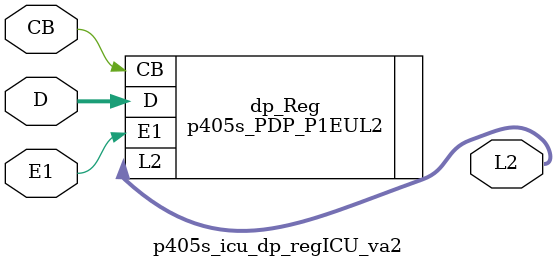
<source format=v>
module p405s_icu_dp_regICU_va2(
                     CB,
                     D,
                     E1,
                     L2
                    );

    input CB; 
    input [0:31] D; 
    input  E1; 
    output [0:31] L2; 

p405s_PDP_P1EUL2
 #(32, 1, 1, 1, 2, 0 ) dp_Reg (
                                         .CB  (CB),
                                         .D   (D),
                                         .E1  (E1),
                                         .L2  (L2)
                                         );

endmodule

</source>
